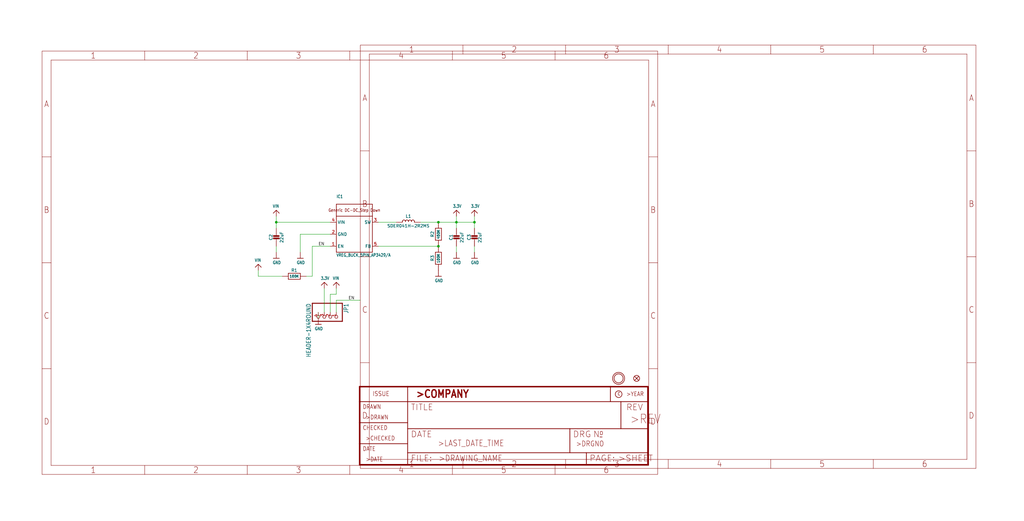
<source format=kicad_sch>
(kicad_sch (version 20211123) (generator eeschema)
  (paper "User" 433.07 220.421)
  (lib_symbols
    (symbol "eagleSchem-eagle-import:3.3V" (power)
      (property "Value" "3.3V" (at -1.524 1.016 0))
      (symbol "3.3V_1_0"
        (polyline (pts (xy -1.27 -1.27) (xy 0 0)) (stroke (width 0.254)))
        (polyline (pts (xy 0 0) (xy 1.27 -1.27)) (stroke (width 0.254)))
        (pin power_in line (at 0 -2.54 90) (length 2.54) (name "3.3V") (number "1"))
      )
    )
    (symbol "eagleSchem-eagle-import:CAP_CERAMIC0805-NOOUTLINE"
      (property "Reference" "C" (at -2.29 1.25 90))
      (property "Value" "CAP_CERAMIC0805-NOOUTLINE" (at 2.3 1.25 90))
      (symbol "CAP_CERAMIC0805-NOOUTLINE_1_0"
        (rectangle (start -1.27 0.508) (end 1.27 1.016) (fill (type outline)))
        (rectangle (start -1.27 1.524) (end 1.27 2.032) (fill (type outline)))
        (polyline (pts (xy 0 0.762) (xy 0 0)) (stroke (width 0.1524)))
        (polyline (pts (xy 0 2.54) (xy 0 1.778)) (stroke (width 0.1524)))
        (pin passive line (at 0 5.08 270) (length 2.54) (name "1") (number "1"))
        (pin passive line (at 0 -2.54 90) (length 2.54) (name "2") (number "2"))
      )
    )
    (symbol "eagleSchem-eagle-import:FIDUCIAL_1MM"
      (symbol "FIDUCIAL_1MM_1_0"
        (polyline (pts (xy -0.762 0.762) (xy 0.762 -0.762)) (stroke (width 0.254)))
        (polyline (pts (xy 0.762 0.762) (xy -0.762 -0.762)) (stroke (width 0.254)))
        (circle (center 0 0) (radius 1.27) (stroke (width 0.254)))
      )
    )
    (symbol "eagleSchem-eagle-import:FRAME_A4"
      (symbol "FRAME_A4_0_0"
        (polyline (pts (xy 0 44.7675) (xy 3.81 44.7675)))
        (polyline (pts (xy 0 89.535) (xy 3.81 89.535)))
        (polyline (pts (xy 0 134.3025) (xy 3.81 134.3025)))
        (polyline (pts (xy 3.81 3.81) (xy 3.81 175.26)))
        (polyline (pts (xy 43.3917 0) (xy 43.3917 3.81)))
        (polyline (pts (xy 43.3917 175.26) (xy 43.3917 179.07)))
        (polyline (pts (xy 86.7833 0) (xy 86.7833 3.81)))
        (polyline (pts (xy 86.7833 175.26) (xy 86.7833 179.07)))
        (polyline (pts (xy 130.175 0) (xy 130.175 3.81)))
        (polyline (pts (xy 130.175 175.26) (xy 130.175 179.07)))
        (polyline (pts (xy 173.5667 0) (xy 173.5667 3.81)))
        (polyline (pts (xy 173.5667 175.26) (xy 173.5667 179.07)))
        (polyline (pts (xy 216.9583 0) (xy 216.9583 3.81)))
        (polyline (pts (xy 216.9583 175.26) (xy 216.9583 179.07)))
        (polyline (pts (xy 256.54 3.81) (xy 3.81 3.81)))
        (polyline (pts (xy 256.54 3.81) (xy 256.54 175.26)))
        (polyline (pts (xy 256.54 44.7675) (xy 260.35 44.7675)))
        (polyline (pts (xy 256.54 89.535) (xy 260.35 89.535)))
        (polyline (pts (xy 256.54 134.3025) (xy 260.35 134.3025)))
        (polyline (pts (xy 256.54 175.26) (xy 3.81 175.26)))
        (polyline (pts (xy 0 0) (xy 260.35 0) (xy 260.35 179.07) (xy 0 179.07) (xy 0 0)))
        (text "1" (at 21.6958 1.905 0) (effects (font (size 2.54 2.286))))
        (text "1" (at 21.6958 177.165 0) (effects (font (size 2.54 2.286))))
        (text "2" (at 65.0875 1.905 0) (effects (font (size 2.54 2.286))))
        (text "2" (at 65.0875 177.165 0) (effects (font (size 2.54 2.286))))
        (text "3" (at 108.4792 1.905 0) (effects (font (size 2.54 2.286))))
        (text "3" (at 108.4792 177.165 0) (effects (font (size 2.54 2.286))))
        (text "4" (at 151.8708 1.905 0) (effects (font (size 2.54 2.286))))
        (text "4" (at 151.8708 177.165 0) (effects (font (size 2.54 2.286))))
        (text "5" (at 195.2625 1.905 0) (effects (font (size 2.54 2.286))))
        (text "5" (at 195.2625 177.165 0) (effects (font (size 2.54 2.286))))
        (text "6" (at 238.6542 1.905 0) (effects (font (size 2.54 2.286))))
        (text "6" (at 238.6542 177.165 0) (effects (font (size 2.54 2.286))))
        (text "A" (at 1.905 156.6863 0) (effects (font (size 2.54 2.286))))
        (text "A" (at 258.445 156.6863 0) (effects (font (size 2.54 2.286))))
        (text "B" (at 1.905 111.9188 0) (effects (font (size 2.54 2.286))))
        (text "B" (at 258.445 111.9188 0) (effects (font (size 2.54 2.286))))
        (text "C" (at 1.905 67.1513 0) (effects (font (size 2.54 2.286))))
        (text "C" (at 258.445 67.1513 0) (effects (font (size 2.54 2.286))))
        (text "D" (at 1.905 22.3838 0) (effects (font (size 2.54 2.286))))
        (text "D" (at 258.445 22.3838 0) (effects (font (size 2.54 2.286))))
      )
      (symbol "FRAME_A4_1_0"
        (polyline (pts (xy 256.54 3.81) (xy 256.54 8.89)) (stroke (width 0.1016)))
        (polyline (pts (xy 256.54 8.89) (xy 256.54 13.97)) (stroke (width 0.1016)))
        (polyline (pts (xy 256.54 13.97) (xy 256.54 19.05)) (stroke (width 0.1016)))
        (polyline (pts (xy 256.54 19.05) (xy 256.54 36.83)) (stroke (width 0.1016)))
      )
      (symbol "FRAME_A4_2_0"
        (polyline (pts (xy -0.3048 1.5748) (xy 20.0152 1.5748)) (stroke (width 0.6096)))
        (polyline (pts (xy -0.3048 10.4648) (xy -0.3048 1.5748)) (stroke (width 0.6096)))
        (polyline (pts (xy -0.3048 10.4648) (xy 20.0152 10.4648)) (stroke (width 0.3048)))
        (polyline (pts (xy -0.3048 19.3548) (xy -0.3048 10.4648)) (stroke (width 0.6096)))
        (polyline (pts (xy -0.3048 19.3548) (xy 20.0152 19.3548)) (stroke (width 0.3048)))
        (polyline (pts (xy -0.3048 28.2448) (xy -0.3048 19.3548)) (stroke (width 0.6096)))
        (polyline (pts (xy -0.3048 28.2448) (xy 20.0152 28.2448)) (stroke (width 0.3048)))
        (polyline (pts (xy -0.3048 34.5948) (xy -0.3048 28.2448)) (stroke (width 0.6096)))
        (polyline (pts (xy 20.0152 1.5748) (xy 20.0152 6.6548)) (stroke (width 0.3048)))
        (polyline (pts (xy 20.0152 1.5748) (xy 95.5802 1.5748)) (stroke (width 0.6096)))
        (polyline (pts (xy 20.0152 6.6548) (xy 20.0152 10.4648)) (stroke (width 0.3048)))
        (polyline (pts (xy 20.0152 6.6548) (xy 88.5952 6.6548)) (stroke (width 0.3048)))
        (polyline (pts (xy 20.0152 10.4648) (xy 20.0152 16.8148)) (stroke (width 0.3048)))
        (polyline (pts (xy 20.0152 16.8148) (xy 20.0152 19.3548)) (stroke (width 0.3048)))
        (polyline (pts (xy 20.0152 19.3548) (xy 20.0152 28.2448)) (stroke (width 0.3048)))
        (polyline (pts (xy 20.0152 28.2448) (xy 20.0152 34.5948)) (stroke (width 0.3048)))
        (polyline (pts (xy 20.0152 28.2448) (xy 105.7402 28.2448)) (stroke (width 0.3048)))
        (polyline (pts (xy 20.0152 34.5948) (xy -0.3048 34.5948)) (stroke (width 0.6096)))
        (polyline (pts (xy 88.5952 6.6548) (xy 95.5802 6.6548)) (stroke (width 0.3048)))
        (polyline (pts (xy 88.5952 16.8148) (xy 20.0152 16.8148)) (stroke (width 0.3048)))
        (polyline (pts (xy 88.5952 16.8148) (xy 88.5952 6.6548)) (stroke (width 0.3048)))
        (polyline (pts (xy 95.5802 1.5748) (xy 121.6152 1.5748)) (stroke (width 0.6096)))
        (polyline (pts (xy 95.5802 6.6548) (xy 95.5802 1.5748)) (stroke (width 0.3048)))
        (polyline (pts (xy 95.5802 6.6548) (xy 121.6152 6.6548)) (stroke (width 0.3048)))
        (polyline (pts (xy 101.2952 13.3223) (xy 102.2477 13.3223)) (stroke (width 0.254)))
        (polyline (pts (xy 105.7402 28.2448) (xy 105.7402 34.5948)) (stroke (width 0.3048)))
        (polyline (pts (xy 105.7402 28.2448) (xy 110.1852 28.2448)) (stroke (width 0.3048)))
        (polyline (pts (xy 105.7402 34.5948) (xy 20.0152 34.5948)) (stroke (width 0.6096)))
        (polyline (pts (xy 110.1852 16.8148) (xy 88.5952 16.8148)) (stroke (width 0.3048)))
        (polyline (pts (xy 110.1852 28.2448) (xy 110.1852 16.8148)) (stroke (width 0.3048)))
        (polyline (pts (xy 110.1852 28.2448) (xy 121.6152 28.2448)) (stroke (width 0.3048)))
        (polyline (pts (xy 121.6152 6.6548) (xy 121.6152 1.5748)) (stroke (width 0.6096)))
        (polyline (pts (xy 121.6152 16.8148) (xy 110.1852 16.8148)) (stroke (width 0.3048)))
        (polyline (pts (xy 121.6152 16.8148) (xy 121.6152 6.6548)) (stroke (width 0.6096)))
        (polyline (pts (xy 121.6152 28.2448) (xy 121.6152 16.8148)) (stroke (width 0.6096)))
        (polyline (pts (xy 121.6152 34.5948) (xy 105.7402 34.5948)) (stroke (width 0.6096)))
        (polyline (pts (xy 121.6152 34.5948) (xy 121.6152 28.2448)) (stroke (width 0.6096)))
        (circle (center 109.2327 31.4198) (radius 1.4199) (stroke (width 0.254)))
        (text ">CHECKED" (at 2.2352 11.7348 0) (effects (font (size 1.778 1.5113)) (justify left bottom)))
        (text ">COMPANY" (at 23.349 29.6735 0) (effects (font (size 3.175 2.6987) (thickness 0.5397) bold) (justify left bottom)))
        (text ">DATE" (at 2.2352 2.8448 0) (effects (font (size 1.778 1.5113)) (justify left bottom)))
        (text ">DRAWING_NAME" (at 33.0327 2.8448 0) (effects (font (size 2.54 2.159)) (justify left bottom)))
        (text ">DRAWN" (at 2.2352 20.6248 0) (effects (font (size 1.778 1.5113)) (justify left bottom)))
        (text ">DRGNO" (at 91.1352 9.1948 0) (effects (font (size 2.1844 1.8567)) (justify left bottom)))
        (text ">LAST_DATE_TIME" (at 32.7152 9.1948 0) (effects (font (size 2.54 2.159)) (justify left bottom)))
        (text ">REV" (at 113.9952 18.7198 0) (effects (font (size 3.81 3.2385)) (justify left bottom)))
        (text ">SHEET" (at 108.9152 2.8448 0) (effects (font (size 2.54 2.54)) (justify left bottom)))
        (text ">YEAR" (at 112.4077 30.4673 0) (effects (font (size 1.778 1.5113)) (justify left bottom)))
        (text "C" (at 108.7564 30.7848 0) (effects (font (size 1.27 1.0795)) (justify left bottom)))
        (text "CHECKED" (at 0.9652 16.1798 0) (effects (font (size 1.778 1.5113)) (justify left bottom)))
        (text "DATE" (at 0.9652 7.2898 0) (effects (font (size 1.778 1.5113)) (justify left bottom)))
        (text "DATE" (at 21.2852 13.0048 0) (effects (font (size 2.54 2.54)) (justify left bottom)))
        (text "DRAWN" (at 0.9652 25.0698 0) (effects (font (size 1.778 1.5113)) (justify left bottom)))
        (text "DRG" (at 89.8652 13.0048 0) (effects (font (size 2.54 2.54)) (justify left bottom)))
        (text "FILE:" (at 21.2852 2.8448 0) (effects (font (size 2.54 2.54)) (justify left bottom)))
        (text "ISSUE" (at 5.0927 30.4673 0) (effects (font (size 1.9304 1.6408)) (justify left bottom)))
        (text "N" (at 98.4377 13.0048 0) (effects (font (size 2.54 2.54)) (justify left bottom)))
        (text "o" (at 100.9777 13.9573 0) (effects (font (size 2.1844 1.8567)) (justify left bottom)))
        (text "PAGE:" (at 96.8502 2.8448 0) (effects (font (size 2.54 2.54)) (justify left bottom)))
        (text "REV" (at 112.4077 24.4348 0) (effects (font (size 2.54 2.54)) (justify left bottom)))
        (text "TITLE" (at 21.2852 24.4348 0) (effects (font (size 2.54 2.54)) (justify left bottom)))
      )
    )
    (symbol "eagleSchem-eagle-import:GND" (power)
      (property "Value" "GND" (at -1.524 -2.54 0))
      (symbol "GND_1_0"
        (polyline (pts (xy -1.27 0) (xy 1.27 0)) (stroke (width 0.254)))
        (pin power_in line (at 0 2.54 270) (length 2.54) (name "GND") (number "1"))
      )
    )
    (symbol "eagleSchem-eagle-import:HEADER-1X4ROUND"
      (property "Reference" "JP" (at -6.35 8.255 0))
      (property "Value" "HEADER-1X4ROUND" (at -6.35 -7.62 0))
      (symbol "HEADER-1X4ROUND_1_0"
        (polyline (pts (xy -6.35 -5.08) (xy 1.27 -5.08)) (stroke (width 0.4064)))
        (polyline (pts (xy -6.35 7.62) (xy -6.35 -5.08)) (stroke (width 0.4064)))
        (polyline (pts (xy 1.27 -5.08) (xy 1.27 7.62)) (stroke (width 0.4064)))
        (polyline (pts (xy 1.27 7.62) (xy -6.35 7.62)) (stroke (width 0.4064)))
        (pin passive inverted (at -2.54 5.08 0) (length 2.54) (name "1") (number "1"))
        (pin passive inverted (at -2.54 2.54 0) (length 2.54) (name "2") (number "2"))
        (pin passive inverted (at -2.54 0 0) (length 2.54) (name "3") (number "3"))
        (pin passive inverted (at -2.54 -2.54 0) (length 2.54) (name "4") (number "4"))
      )
    )
    (symbol "eagleSchem-eagle-import:INDUCTORNRH2412T"
      (property "Reference" "L" (at 0 2.54 0))
      (property "Value" "INDUCTORNRH2412T" (at 0 -1.54 0))
      (symbol "INDUCTORNRH2412T_1_0"
        (arc (start -1.27 0.3175) (mid -1.905 0.9524) (end -2.54 0.3175) (stroke (width 0.254)))
        (polyline (pts (xy -2.54 0.3175) (xy -2.54 0)) (stroke (width 0.254)))
        (polyline (pts (xy 2.54 0.3175) (xy 2.54 0)) (stroke (width 0.254)))
        (arc (start 0 0.3175) (mid -0.635 0.9524) (end -1.27 0.3175) (stroke (width 0.254)))
        (arc (start 1.27 0.3175) (mid 0.635 0.9524) (end 0 0.3175) (stroke (width 0.254)))
        (arc (start 2.54 0.3175) (mid 1.905 0.9524) (end 1.27 0.3175) (stroke (width 0.254)))
        (pin passive line (at -5.08 0 0) (length 2.54) (name "1") (number "1"))
        (pin passive line (at 5.08 0 180) (length 2.54) (name "2") (number "2"))
      )
    )
    (symbol "eagleSchem-eagle-import:MOUNTINGHOLE2.5"
      (symbol "MOUNTINGHOLE2.5_1_0"
        (circle (center 0 0) (radius 1.905) (stroke (width 0.254)))
        (circle (center 0 0) (radius 2.54) (stroke (width 0.254)))
      )
    )
    (symbol "eagleSchem-eagle-import:RESISTOR_0603_NOOUT"
      (property "Reference" "R" (at 0 2.54 0))
      (property "Value" "RESISTOR_0603_NOOUT" (at 0 0 0))
      (symbol "RESISTOR_0603_NOOUT_1_0"
        (polyline (pts (xy -2.54 -1.27) (xy -2.54 1.27)) (stroke (width 0.254)))
        (polyline (pts (xy -2.54 1.27) (xy 2.54 1.27)) (stroke (width 0.254)))
        (polyline (pts (xy 2.54 -1.27) (xy -2.54 -1.27)) (stroke (width 0.254)))
        (polyline (pts (xy 2.54 1.27) (xy 2.54 -1.27)) (stroke (width 0.254)))
        (pin passive line (at -5.08 0 0) (length 2.54) (name "1") (number "1"))
        (pin passive line (at 5.08 0 180) (length 2.54) (name "2") (number "2"))
      )
    )
    (symbol "eagleSchem-eagle-import:VIN" (power)
      (property "Value" "VIN" (at -1.524 1.016 0))
      (symbol "VIN_1_0"
        (polyline (pts (xy -1.27 -1.27) (xy 0 0)) (stroke (width 0.254)))
        (polyline (pts (xy 0 0) (xy 1.27 -1.27)) (stroke (width 0.254)))
        (pin power_in line (at 0 -2.54 90) (length 2.54) (name "VIN") (number "1"))
      )
    )
    (symbol "eagleSchem-eagle-import:VREG_BUCK_5PIN_AP3429{slash}A"
      (property "Reference" "IC" (at -7.62 15.24 0))
      (property "Value" "VREG_BUCK_5PIN_AP3429{slash}A" (at -7.62 -9.525 0))
      (symbol "VREG_BUCK_5PIN_AP3429{slash}A_1_0"
        (polyline (pts (xy -7.62 -7.62) (xy -7.62 7.62)) (stroke (width 0.254)))
        (polyline (pts (xy -7.62 -7.62) (xy 7.62 -7.62)) (stroke (width 0.254)))
        (polyline (pts (xy -7.62 7.62) (xy -7.62 12.7)) (stroke (width 0.254)))
        (polyline (pts (xy -7.62 7.62) (xy 7.62 7.62)) (stroke (width 0.254)))
        (polyline (pts (xy -7.62 12.7) (xy 7.62 12.7)) (stroke (width 0.254)))
        (polyline (pts (xy 7.62 7.62) (xy 7.62 -7.62)) (stroke (width 0.254)))
        (polyline (pts (xy 7.62 12.7) (xy 7.62 7.62)) (stroke (width 0.254)))
        (text "Generic DC-DC_Step Down" (at 0 10.16 0) (effects (font (size 1.27 1.0795))))
        (pin input line (at -10.16 -5.08 0) (length 2.54) (name "EN") (number "1"))
        (pin power_in line (at -10.16 0 0) (length 2.54) (name "GND") (number "2"))
        (pin output line (at 10.16 5.08 180) (length 2.54) (name "SW") (number "3"))
        (pin power_in line (at -10.16 5.08 0) (length 2.54) (name "VIN") (number "4"))
        (pin power_in line (at 10.16 -5.08 180) (length 2.54) (name "FB") (number "5"))
      )
    )
  )
  (junction (at 185.42 104.14))
  (junction (at 185.42 93.98))
  (junction (at 116.84 93.98))
  (junction (at 193.04 93.98))
  (junction (at 200.66 93.98))
  (wire (pts (xy 127 99.06) (xy 127 106.68)))
  (wire (pts (xy 200.66 104.14) (xy 200.66 106.68)))
  (wire (pts (xy 142.24 132.08) (xy 142.24 127)))
  (wire (pts (xy 200.66 93.98) (xy 200.66 96.52)))
  (wire (pts (xy 160.02 104.14) (xy 185.42 104.14)))
  (wire (pts (xy 177.8 93.98) (xy 185.42 93.98)))
  (wire (pts (xy 193.04 93.98) (xy 200.66 93.98)))
  (wire (pts (xy 119.38 116.84) (xy 109.22 116.84)))
  (wire (pts (xy 193.04 93.98) (xy 193.04 91.44)))
  (wire (pts (xy 116.84 93.98) (xy 116.84 96.52)))
  (wire (pts (xy 167.64 93.98) (xy 160.02 93.98)))
  (wire (pts (xy 142.24 124.46) (xy 142.24 121.92)))
  (wire (pts (xy 193.04 104.14) (xy 193.04 106.68)))
  (wire (pts (xy 132.08 116.84) (xy 129.54 116.84)))
  (wire (pts (xy 116.84 104.14) (xy 116.84 106.68)))
  (wire (pts (xy 139.7 124.46) (xy 142.24 124.46)))
  (wire (pts (xy 132.08 104.14) (xy 132.08 116.84)))
  (wire (pts (xy 139.7 99.06) (xy 127 99.06)))
  (wire (pts (xy 134.62 132.08) (xy 134.62 134.62)))
  (wire (pts (xy 116.84 93.98) (xy 116.84 91.44)))
  (wire (pts (xy 139.7 104.14) (xy 132.08 104.14)))
  (wire (pts (xy 193.04 93.98) (xy 193.04 96.52)))
  (wire (pts (xy 139.7 132.08) (xy 139.7 124.46)))
  (wire (pts (xy 200.66 91.44) (xy 200.66 93.98)))
  (wire (pts (xy 139.7 93.98) (xy 116.84 93.98)))
  (wire (pts (xy 152.4 127) (xy 142.24 127)))
  (wire (pts (xy 137.16 132.08) (xy 137.16 121.92)))
  (wire (pts (xy 185.42 93.98) (xy 193.04 93.98)))
  (wire (pts (xy 109.22 116.84) (xy 109.22 114.3)))
  (label "EN" (at 134.62 104.14 0) (effects (font (size 1.2446 1.2446))))
  (label "EN" (at 147.32 127 0) (effects (font (size 1.2446 1.2446))))
  (symbol (lib_id "eagleSchem-eagle-import:GND") (at 200.66 109.22 0) (unit 1)
    (property "Reference" "#U$15" (effects hide))
    (property "Value" "GND" (at 199.136 111.76 0) (effects (font (size 1.27 1.0795)) (justify left bottom)))
    (property "Footprint" "eagleSchem:" (effects hide))
  )
  (symbol (lib_id "eagleSchem-eagle-import:GND") (at 134.62 137.16 0) (unit 1)
    (property "Reference" "#U$8" (effects hide))
    (property "Value" "GND" (at 133.096 139.7 0) (effects (font (size 1.27 1.0795)) (justify left bottom)))
    (property "Footprint" "eagleSchem:" (effects hide))
  )
  (symbol (lib_id "eagleSchem-eagle-import:VREG_BUCK_5PIN_AP3429{slash}A") (at 149.86 99.06 0) (unit 1)
    (property "Reference" "IC1" (at 142.24 83.82 0) (effects (font (size 1.27 1.0795)) (justify left bottom)))
    (property "Value" "VREG_BUCK_5PIN_AP3429{slash}A" (at 142.24 108.585 0) (effects (font (size 1.27 1.0795)) (justify left bottom)))
    (property "Footprint" "eagleSchem:SOT23-5" (effects hide))
  )
  (symbol (lib_id "eagleSchem-eagle-import:VIN") (at 116.84 88.9 0) (unit 1)
    (property "Reference" "#U$4" (effects hide))
    (property "Value" "VIN" (at 115.316 87.884 0) (effects (font (size 1.27 1.0795)) (justify left bottom)))
    (property "Footprint" "eagleSchem:" (effects hide))
  )
  (symbol (lib_id "eagleSchem-eagle-import:MOUNTINGHOLE2.5") (at 261.62 160.02 0) (unit 1)
    (property "Reference" "U$9" (effects hide))
    (property "Value" "MOUNTINGHOLE2.5" (effects hide))
    (property "Footprint" "eagleSchem:MOUNTINGHOLE_2.5_PLATED" (effects hide))
  )
  (symbol (lib_id "eagleSchem-eagle-import:RESISTOR_0603_NOOUT") (at 185.42 109.22 90) (unit 1)
    (property "Reference" "R3" (at 182.88 109.22 0))
    (property "Value" "100K" (at 185.42 109.22 0) (effects (font (size 1.016 1.016) bold)))
    (property "Footprint" "eagleSchem:0603-NO" (effects hide))
  )
  (symbol (lib_id "eagleSchem-eagle-import:CAP_CERAMIC0805-NOOUTLINE") (at 193.04 101.6 0) (unit 1)
    (property "Reference" "C1" (at 190.75 100.35 90))
    (property "Value" "22uF" (at 195.34 100.35 90))
    (property "Footprint" "eagleSchem:0805-NO" (effects hide))
  )
  (symbol (lib_id "eagleSchem-eagle-import:GND") (at 193.04 109.22 0) (unit 1)
    (property "Reference" "#U$1" (effects hide))
    (property "Value" "GND" (at 191.516 111.76 0) (effects (font (size 1.27 1.0795)) (justify left bottom)))
    (property "Footprint" "eagleSchem:" (effects hide))
  )
  (symbol (lib_id "eagleSchem-eagle-import:RESISTOR_0603_NOOUT") (at 124.46 116.84 0) (unit 1)
    (property "Reference" "R1" (at 124.46 114.3 0))
    (property "Value" "100K" (at 124.46 116.84 0) (effects (font (size 1.016 1.016) bold)))
    (property "Footprint" "eagleSchem:0603-NO" (effects hide))
  )
  (symbol (lib_id "eagleSchem-eagle-import:3.3V") (at 137.16 119.38 0) (unit 1)
    (property "Reference" "#U$7" (effects hide))
    (property "Value" "3.3V" (at 135.636 118.364 0) (effects (font (size 1.27 1.0795)) (justify left bottom)))
    (property "Footprint" "eagleSchem:" (effects hide))
  )
  (symbol (lib_id "eagleSchem-eagle-import:RESISTOR_0603_NOOUT") (at 185.42 99.06 90) (unit 1)
    (property "Reference" "R2" (at 182.88 99.06 0))
    (property "Value" "450K" (at 185.42 99.06 0) (effects (font (size 1.016 1.016) bold)))
    (property "Footprint" "eagleSchem:0603-NO" (effects hide))
  )
  (symbol (lib_id "eagleSchem-eagle-import:VIN") (at 109.22 111.76 0) (unit 1)
    (property "Reference" "#U$12" (effects hide))
    (property "Value" "VIN" (at 107.696 110.744 0) (effects (font (size 1.27 1.0795)) (justify left bottom)))
    (property "Footprint" "eagleSchem:" (effects hide))
  )
  (symbol (lib_id "eagleSchem-eagle-import:FRAME_A4") (at 17.78 200.66 0) (unit 1)
    (property "Reference" "#FRAME1" (effects hide))
    (property "Value" "FRAME_A4" (effects hide))
    (property "Footprint" "eagleSchem:" (effects hide))
  )
  (symbol (lib_id "eagleSchem-eagle-import:INDUCTORNRH2412T") (at 172.72 93.98 0) (unit 1)
    (property "Reference" "L1" (at 172.72 91.44 0))
    (property "Value" "SDER041H-2R2MS" (at 172.72 95.52 0))
    (property "Footprint" "eagleSchem:INDUCTOR_TAIYOYUDEN_NRH2412T" (effects hide))
  )
  (symbol (lib_id "eagleSchem-eagle-import:VIN") (at 142.24 119.38 0) (unit 1)
    (property "Reference" "#U$6" (effects hide))
    (property "Value" "VIN" (at 140.716 118.364 0) (effects (font (size 1.27 1.0795)) (justify left bottom)))
    (property "Footprint" "eagleSchem:" (effects hide))
  )
  (symbol (lib_id "eagleSchem-eagle-import:CAP_CERAMIC0805-NOOUTLINE") (at 116.84 101.6 0) (unit 1)
    (property "Reference" "C2" (at 114.55 100.35 90))
    (property "Value" "22uF" (at 119.14 100.35 90))
    (property "Footprint" "eagleSchem:0805-NO" (effects hide))
  )
  (symbol (lib_id "eagleSchem-eagle-import:HEADER-1X4ROUND") (at 137.16 134.62 270) (unit 1)
    (property "Reference" "JP1" (at 145.415 128.27 0) (effects (font (size 1.778 1.5113)) (justify left bottom)))
    (property "Value" "HEADER-1X4ROUND" (at 129.54 128.27 0) (effects (font (size 1.778 1.5113)) (justify left bottom)))
    (property "Footprint" "eagleSchem:1X04_ROUND" (effects hide))
  )
  (symbol (lib_id "eagleSchem-eagle-import:FRAME_A4") (at 152.4 198.12 0) (unit 2)
    (property "Reference" "#FRAME1" (effects hide))
    (property "Value" "FRAME_A4" (effects hide))
    (property "Footprint" "eagleSchem:" (effects hide))
  )
  (symbol (lib_id "eagleSchem-eagle-import:FIDUCIAL_1MM") (at 269.24 160.02 0) (unit 1)
    (property "Reference" "FID1" (effects hide))
    (property "Value" "FIDUCIAL_1MM" (effects hide))
    (property "Footprint" "eagleSchem:FIDUCIAL_1MM" (effects hide))
  )
  (symbol (lib_id "eagleSchem-eagle-import:3.3V") (at 193.04 88.9 0) (unit 1)
    (property "Reference" "#U$2" (effects hide))
    (property "Value" "3.3V" (at 191.516 87.884 0) (effects (font (size 1.27 1.0795)) (justify left bottom)))
    (property "Footprint" "eagleSchem:" (effects hide))
  )
  (symbol (lib_id "eagleSchem-eagle-import:CAP_CERAMIC0805-NOOUTLINE") (at 200.66 101.6 0) (unit 1)
    (property "Reference" "C3" (at 198.37 100.35 90))
    (property "Value" "22uF" (at 202.96 100.35 90))
    (property "Footprint" "eagleSchem:0805-NO" (effects hide))
  )
  (symbol (lib_id "eagleSchem-eagle-import:GND") (at 127 109.22 0) (unit 1)
    (property "Reference" "#U$5" (effects hide))
    (property "Value" "GND" (at 125.476 111.76 0) (effects (font (size 1.27 1.0795)) (justify left bottom)))
    (property "Footprint" "eagleSchem:" (effects hide))
  )
  (symbol (lib_id "eagleSchem-eagle-import:GND") (at 116.84 109.22 0) (unit 1)
    (property "Reference" "#U$3" (effects hide))
    (property "Value" "GND" (at 115.316 111.76 0) (effects (font (size 1.27 1.0795)) (justify left bottom)))
    (property "Footprint" "eagleSchem:" (effects hide))
  )
  (symbol (lib_id "eagleSchem-eagle-import:GND") (at 185.42 116.84 0) (unit 1)
    (property "Reference" "#U$13" (effects hide))
    (property "Value" "GND" (at 183.896 119.38 0) (effects (font (size 1.27 1.0795)) (justify left bottom)))
    (property "Footprint" "eagleSchem:" (effects hide))
  )
  (symbol (lib_id "eagleSchem-eagle-import:3.3V") (at 200.66 88.9 0) (unit 1)
    (property "Reference" "#U$14" (effects hide))
    (property "Value" "3.3V" (at 199.136 87.884 0) (effects (font (size 1.27 1.0795)) (justify left bottom)))
    (property "Footprint" "eagleSchem:" (effects hide))
  )
)
</source>
